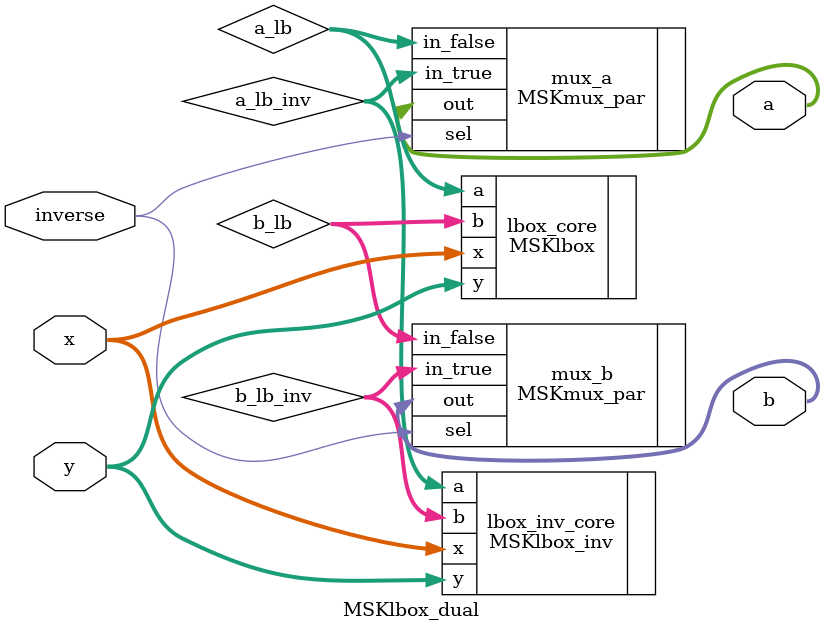
<source format=v>
/*
    This module implement a masked dual sbox. The 'dual'
    means that both the direct and inverse operations are implemented.
*/
(* fv_prop = "PINI", fv_strat = "flatten", fv_order=d *)
module MSKlbox_dual
#
(
    parameter d=2
)
(
    (* fv_type = "sharing", fv_latency = 0, fv_count=32 *)    
    input    [32*d-1:0] x,
    (* fv_type = "sharing", fv_latency = 0, fv_count=32 *)    
    input     [32*d-1:0] y,
    (* fv_type = "sharing", fv_latency = 0, fv_count=32 *)    
    output    [32*d-1:0] a,
    (* fv_type = "sharing", fv_latency = 0, fv_count=32 *)    
    output  [32*d-1:0] b,
    (* fv_type = "control" *)
    input inverse
);

wire [32*d-1:0] a_lb, b_lb;
wire [32*d-1:0] a_lb_inv, b_lb_inv;

MSKlbox #(.d(d))
lbox_core(
    .x(x),
    .y(y),
    .a(a_lb),
    .b(b_lb)
);

MSKlbox_inv #(.d(d))
lbox_inv_core(
    .x(x),
    .y(y),
    .a(a_lb_inv),
    .b(b_lb_inv)
);

MSKmux_par #(.d(d),.count(32))
mux_a(
    .sel(inverse),
    .in_true(a_lb_inv),
    .in_false(a_lb),
    .out(a)
);

MSKmux_par #(.d(d),.count(32))
mux_b(
    .sel(inverse),
    .in_true(b_lb_inv),
    .in_false(b_lb),
    .out(b)
);


endmodule

</source>
